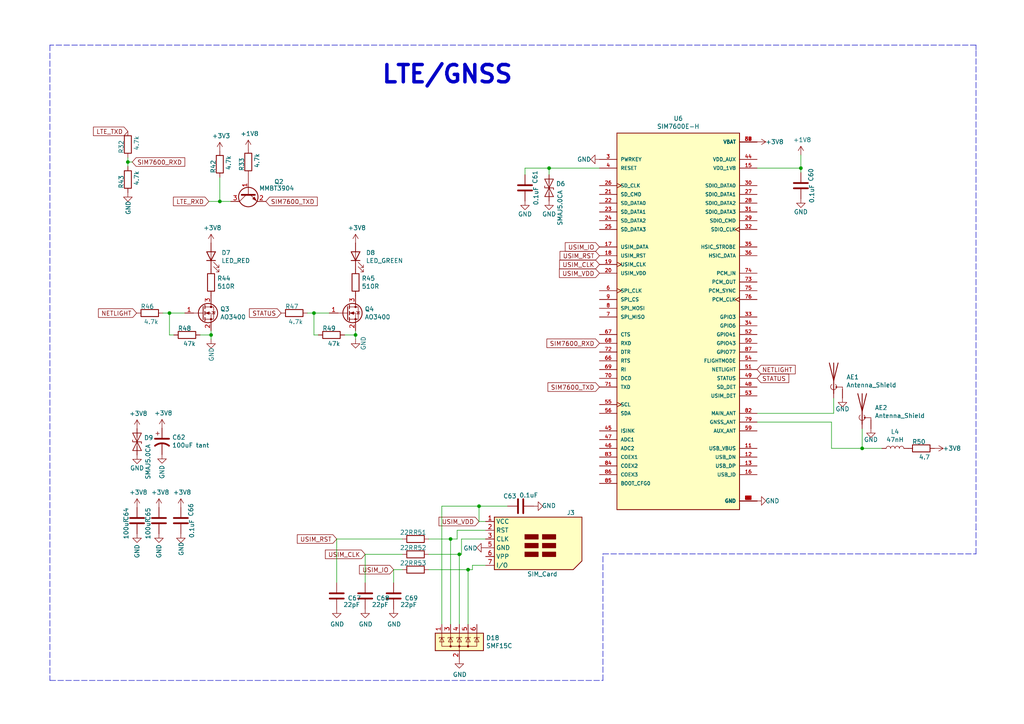
<source format=kicad_sch>
(kicad_sch (version 20211123) (generator eeschema)
  (paper "A4")
  (lib_symbols
    (symbol "Connector:SIM_Card"
      (property "Reference" "J" (at -2.54 12.7 0))
      (property "Value" "SIM_Card" (at -1.27 10.16 0))
      (symbol "SIM_Card_0_1"
        (rectangle (start -1.27 -2.54) (end 2.54 -1.27) (stroke (width 0.254)) (fill (type outline)))
        (rectangle (start -1.27 0) (end 2.54 1.27) (stroke (width 0.254)) (fill (type outline)))
        (rectangle (start -1.27 2.54) (end 2.54 3.81) (stroke (width 0.254)) (fill (type outline)))
        (polyline (pts (xy -10.16 8.89) (xy 15.24 8.89) (xy 15.24 -3.81) (xy 12.7 -6.35) (xy -10.16 -6.35) (xy -10.16 8.89)) (stroke (width 0.254)) (fill (type background)))
        (rectangle (start 3.81 -1.27) (end 7.62 -2.54) (stroke (width 0.254)) (fill (type outline)))
        (rectangle (start 3.81 0) (end 7.62 1.27) (stroke (width 0.254)) (fill (type outline)))
        (rectangle (start 3.81 2.54) (end 7.62 3.81) (stroke (width 0.254)) (fill (type outline)))
      )
      (symbol "SIM_Card_1_1"
        (pin power_in line (at -12.7 7.62 0) (length 2.54) (name "VCC") (number "1"))
        (pin input line (at -12.7 5.08 0) (length 2.54) (name "RST") (number "2"))
        (pin input line (at -12.7 2.54 0) (length 2.54) (name "CLK") (number "3"))
        (pin power_in line (at -12.7 0 0) (length 2.54) (name "GND") (number "5"))
        (pin input line (at -12.7 -2.54 0) (length 2.54) (name "VPP") (number "6"))
        (pin bidirectional line (at -12.7 -5.08 0) (length 2.54) (name "I/O") (number "7"))
      )
    )
    (symbol "Device:Antenna_Shield" (pin_numbers hide) (pin_names (offset 1.016) hide)
      (property "Reference" "AE" (at -1.905 4.445 0))
      (property "Value" "Antenna_Shield" (at -1.905 2.54 0))
      (symbol "Antenna_Shield_0_1"
        (arc (start -0.508 -1.143) (mid -0.8485 -2.1032) (end 0 -2.667))
        (arc (start 0 -2.667) (mid 0.8047 -2.0885) (end 0.508 -1.143))
        (polyline (pts (xy 0 -2.54) (xy 0 0)))
        (polyline (pts (xy 0 5.08) (xy 0 -3.81)) (stroke (width 0.254)))
        (polyline (pts (xy 0.762 -1.905) (xy 2.54 -1.905)))
        (polyline (pts (xy 2.54 -2.54) (xy 2.54 -1.905)))
        (polyline (pts (xy 1.27 5.08) (xy 0 0) (xy -1.27 5.08)) (stroke (width 0.254)))
        (circle (center 0.762 -1.905) (radius 0.1778) (fill (type outline)))
      )
      (symbol "Antenna_Shield_1_1"
        (pin input line (at 0 -5.08 90) (length 2.54) (name "A") (number "1"))
        (pin input line (at 2.54 -5.08 90) (length 2.54) (name "Shield") (number "2"))
      )
    )
    (symbol "Device:C" (pin_numbers hide) (pin_names (offset 0.254))
      (property "Reference" "C" (at 0.635 2.54 0))
      (property "Value" "C" (at 0.635 -2.54 0))
      (symbol "C_0_1"
        (polyline (pts (xy -2.032 -0.762) (xy 2.032 -0.762)) (stroke (width 0.508)))
        (polyline (pts (xy -2.032 0.762) (xy 2.032 0.762)) (stroke (width 0.508)))
      )
      (symbol "C_1_1"
        (pin passive line (at 0 3.81 270) (length 2.794) (name "~") (number "1"))
        (pin passive line (at 0 -3.81 90) (length 2.794) (name "~") (number "2"))
      )
    )
    (symbol "Device:CP1" (pin_numbers hide) (pin_names (offset 0.254) hide)
      (property "Reference" "C" (at 0.635 2.54 0))
      (property "Value" "Device_CP1" (at 0.635 -2.54 0))
      (symbol "CP1_0_1"
        (polyline (pts (xy -2.032 0.762) (xy 2.032 0.762)) (stroke (width 0.508)))
        (polyline (pts (xy -1.778 2.286) (xy -0.762 2.286)))
        (polyline (pts (xy -1.27 1.778) (xy -1.27 2.794)))
        (arc (start 2.032 -1.27) (mid 0 -0.5572) (end -2.032 -1.27) (stroke (width 0.508)))
      )
      (symbol "CP1_1_1"
        (pin passive line (at 0 3.81 270) (length 2.794) (name "~") (number "1"))
        (pin passive line (at 0 -3.81 90) (length 3.302) (name "~") (number "2"))
      )
    )
    (symbol "Device:L" (pin_numbers hide) (pin_names (offset 1.016) hide)
      (property "Reference" "L" (at -1.27 0 90))
      (property "Value" "L" (at 1.905 0 90))
      (symbol "L_0_1"
        (arc (start 0 -2.54) (mid 0.635 -1.905) (end 0 -1.27))
        (arc (start 0 -1.27) (mid 0.635 -0.635) (end 0 0))
        (arc (start 0 0) (mid 0.635 0.635) (end 0 1.27))
        (arc (start 0 1.27) (mid 0.635 1.905) (end 0 2.54))
      )
      (symbol "L_1_1"
        (pin passive line (at 0 3.81 270) (length 1.27) (name "1") (number "1"))
        (pin passive line (at 0 -3.81 90) (length 1.27) (name "2") (number "2"))
      )
    )
    (symbol "Device:LED" (pin_numbers hide) (pin_names (offset 1.016) hide)
      (property "Reference" "D" (at 0 2.54 0))
      (property "Value" "LED" (at 0 -2.54 0))
      (symbol "LED_0_1"
        (polyline (pts (xy -1.27 -1.27) (xy -1.27 1.27)) (stroke (width 0.254)))
        (polyline (pts (xy -1.27 0) (xy 1.27 0)))
        (polyline (pts (xy 1.27 -1.27) (xy 1.27 1.27) (xy -1.27 0) (xy 1.27 -1.27)) (stroke (width 0.254)))
        (polyline (pts (xy -3.048 -0.762) (xy -4.572 -2.286) (xy -3.81 -2.286) (xy -4.572 -2.286) (xy -4.572 -1.524)))
        (polyline (pts (xy -1.778 -0.762) (xy -3.302 -2.286) (xy -2.54 -2.286) (xy -3.302 -2.286) (xy -3.302 -1.524)))
      )
      (symbol "LED_1_1"
        (pin passive line (at -3.81 0 0) (length 2.54) (name "K") (number "1"))
        (pin passive line (at 3.81 0 180) (length 2.54) (name "A") (number "2"))
      )
    )
    (symbol "Device:R" (pin_numbers hide) (pin_names (offset 0))
      (property "Reference" "R" (at 2.032 0 90))
      (property "Value" "R" (at 0 0 90))
      (symbol "R_0_1"
        (rectangle (start -1.016 -2.54) (end 1.016 2.54) (stroke (width 0.254)))
      )
      (symbol "R_1_1"
        (pin passive line (at 0 3.81 270) (length 1.27) (name "~") (number "1"))
        (pin passive line (at 0 -3.81 90) (length 1.27) (name "~") (number "2"))
      )
    )
    (symbol "Diode:SD15_SOD323" (pin_numbers hide) (pin_names (offset 1.016) hide)
      (property "Reference" "D" (at 0 2.54 0))
      (property "Value" "SD15_SOD323" (at 0 -2.54 0))
      (symbol "SD15_SOD323_0_1"
        (polyline (pts (xy 1.27 0) (xy -1.27 0)))
        (polyline (pts (xy -2.54 -1.27) (xy 0 0) (xy -2.54 1.27) (xy -2.54 -1.27)) (stroke (width 0.2032)))
        (polyline (pts (xy 0.508 1.27) (xy 0 1.27) (xy 0 -1.27) (xy -0.508 -1.27)) (stroke (width 0.2032)))
        (polyline (pts (xy 2.54 1.27) (xy 2.54 -1.27) (xy 0 0) (xy 2.54 1.27)) (stroke (width 0.2032)))
      )
      (symbol "SD15_SOD323_1_1"
        (pin passive line (at -3.81 0 0) (length 2.54) (name "A1") (number "1"))
        (pin passive line (at 3.81 0 180) (length 2.54) (name "A2") (number "2"))
      )
    )
    (symbol "Power_Protection:SP0505BAHT" (pin_names hide)
      (property "Reference" "D" (at 7.62 2.54 0))
      (property "Value" "SP0505BAHT" (at 7.62 0.635 0))
      (symbol "SP0505BAHT_0_0"
        (pin passive line (at 0 -5.08 90) (length 2.54) (name "A") (number "2"))
      )
      (symbol "SP0505BAHT_0_1"
        (rectangle (start -6.985 2.54) (end 6.985 -2.54) (stroke (width 0.254)) (fill (type background)))
        (circle (center -2.54 -1.27) (radius 0.254) (fill (type outline)))
        (circle (center 0 -1.27) (radius 0.254) (fill (type outline)))
        (polyline (pts (xy -5.08 2.54) (xy -5.08 1.27)))
        (polyline (pts (xy -2.54 2.54) (xy -2.54 1.27)))
        (polyline (pts (xy 0 -1.27) (xy 0 -2.54)))
        (polyline (pts (xy 0 -1.27) (xy 0 1.27)))
        (polyline (pts (xy 0 2.54) (xy 0 1.27)))
        (polyline (pts (xy 0.635 1.27) (xy 0.762 1.27)))
        (polyline (pts (xy 2.54 2.54) (xy 2.54 1.27)))
        (polyline (pts (xy 5.08 2.54) (xy 5.08 1.27)))
        (polyline (pts (xy -5.08 1.27) (xy -5.08 -1.27) (xy -2.54 -1.27)))
        (polyline (pts (xy 0.635 1.27) (xy -0.762 1.27) (xy -0.762 1.016)))
        (polyline (pts (xy 5.08 1.27) (xy 5.08 -1.27) (xy 2.54 -1.27)))
        (polyline (pts (xy -5.842 1.016) (xy -5.842 1.27) (xy -4.445 1.27) (xy -4.318 1.27)))
        (polyline (pts (xy -5.08 1.27) (xy -4.445 0) (xy -5.715 0) (xy -5.08 1.27)))
        (polyline (pts (xy -3.302 1.016) (xy -3.302 1.27) (xy -1.905 1.27) (xy -1.778 1.27)))
        (polyline (pts (xy -2.54 1.27) (xy -2.54 -1.27) (xy 2.54 -1.27) (xy 2.54 1.27)))
        (polyline (pts (xy -2.54 1.27) (xy -1.905 0) (xy -3.175 0) (xy -2.54 1.27)))
        (polyline (pts (xy 0.635 0) (xy -0.635 0) (xy 0 1.27) (xy 0.635 0)))
        (polyline (pts (xy 1.778 1.016) (xy 1.778 1.27) (xy 3.175 1.27) (xy 3.302 1.27)))
        (polyline (pts (xy 2.54 1.27) (xy 1.905 0) (xy 3.175 0) (xy 2.54 1.27)))
        (polyline (pts (xy 4.318 1.016) (xy 4.318 1.27) (xy 5.715 1.27) (xy 5.842 1.27)))
        (polyline (pts (xy 5.08 1.27) (xy 4.445 0) (xy 5.715 0) (xy 5.08 1.27)))
        (circle (center 2.54 -1.27) (radius 0.254) (fill (type outline)))
      )
      (symbol "SP0505BAHT_1_1"
        (pin passive line (at -5.08 5.08 270) (length 2.54) (name "K") (number "1"))
        (pin passive line (at -2.54 5.08 270) (length 2.54) (name "K") (number "3"))
        (pin passive line (at 0 5.08 270) (length 2.54) (name "K") (number "4"))
        (pin passive line (at 2.54 5.08 270) (length 2.54) (name "K") (number "5"))
        (pin passive line (at 5.08 5.08 270) (length 2.54) (name "K") (number "6"))
      )
    )
    (symbol "RF_GSM:SIM7600E-H" (pin_names (offset 1.016))
      (property "Reference" "U" (at -17.78 56.515 0))
      (property "Value" "RF_GSM_SIM7600E-H" (at -17.78 -55.88 0))
      (symbol "SIM7600E-H_0_0"
        (rectangle (start -17.78 -53.34) (end 17.78 55.88) (stroke (width 0.254)) (fill (type background)))
        (pin power_in line (at 22.86 -50.8 180) (length 5.08) (name "GND") (number "1"))
        (pin power_in line (at 22.86 -50.8 180) (length 5.08) (name "GND") (number "10"))
        (pin input line (at 22.86 -35.56 180) (length 5.08) (name "USB_VBUS") (number "11"))
        (pin bidirectional line (at 22.86 -38.1 180) (length 5.08) (name "USB_DN") (number "12"))
        (pin bidirectional line (at 22.86 -40.64 180) (length 5.08) (name "USB_DP") (number "13"))
        (pin power_in line (at 22.86 -50.8 180) (length 5.08) (name "GND") (number "14"))
        (pin output line (at 22.86 45.72 180) (length 5.08) (name "VDD_1V8") (number "15"))
        (pin input line (at 22.86 -43.18 180) (length 5.08) (name "USB_ID") (number "16"))
        (pin bidirectional line (at -22.86 22.86 0) (length 5.08) (name "USIM_DATA") (number "17"))
        (pin output line (at -22.86 20.32 0) (length 5.08) (name "USIM_RST") (number "18"))
        (pin output clock (at -22.86 17.78 0) (length 5.08) (name "USIM_CLK") (number "19"))
        (pin power_in line (at 22.86 -50.8 180) (length 5.08) (name "GND") (number "2"))
        (pin output line (at -22.86 15.24 0) (length 5.08) (name "USIM_VDD") (number "20"))
        (pin output line (at -22.86 38.1 0) (length 5.08) (name "SD_CMD") (number "21"))
        (pin bidirectional line (at -22.86 35.56 0) (length 5.08) (name "SD_DATA0") (number "22"))
        (pin bidirectional line (at -22.86 33.02 0) (length 5.08) (name "SD_DATA1") (number "23"))
        (pin bidirectional line (at -22.86 30.48 0) (length 5.08) (name "SD_DATA2") (number "24"))
        (pin bidirectional line (at -22.86 27.94 0) (length 5.08) (name "SD_DATA3") (number "25"))
        (pin output clock (at -22.86 40.64 0) (length 5.08) (name "SD_CLK") (number "26"))
        (pin bidirectional line (at 22.86 38.1 180) (length 5.08) (name "SDIO_DATA1") (number "27"))
        (pin bidirectional line (at 22.86 35.56 180) (length 5.08) (name "SDIO_DATA2") (number "28"))
        (pin output line (at 22.86 30.48 180) (length 5.08) (name "SDIO_CMD") (number "29"))
        (pin input line (at -22.86 48.26 0) (length 5.08) (name "PWRKEY") (number "3"))
        (pin bidirectional line (at 22.86 40.64 180) (length 5.08) (name "SDIO_DATA0") (number "30"))
        (pin bidirectional line (at 22.86 33.02 180) (length 5.08) (name "SDIO_DATA3") (number "31"))
        (pin output clock (at 22.86 27.94 180) (length 5.08) (name "SDIO_CLK") (number "32"))
        (pin bidirectional line (at 22.86 2.54 180) (length 5.08) (name "GPIO3") (number "33"))
        (pin bidirectional line (at 22.86 0 180) (length 5.08) (name "GPIO6") (number "34"))
        (pin output line (at 22.86 22.86 180) (length 5.08) (name "HSIC_STROBE") (number "35"))
        (pin bidirectional line (at 22.86 20.32 180) (length 5.08) (name "HSIC_DATA") (number "36"))
        (pin power_in line (at 22.86 -50.8 180) (length 5.08) (name "GND") (number "37"))
        (pin power_in line (at 22.86 53.34 180) (length 5.08) (name "VBAT") (number "38"))
        (pin power_in line (at 22.86 53.34 180) (length 5.08) (name "VBAT") (number "39"))
        (pin input line (at -22.86 45.72 0) (length 5.08) (name "RESET") (number "4"))
        (pin power_in line (at 22.86 -50.8 180) (length 5.08) (name "GND") (number "40"))
        (pin power_in line (at 22.86 -50.8 180) (length 5.08) (name "GND") (number "41"))
        (pin power_in line (at 22.86 -50.8 180) (length 5.08) (name "GND") (number "43"))
        (pin output line (at 22.86 48.26 180) (length 5.08) (name "VDD_AUX") (number "44"))
        (pin input line (at -22.86 -30.48 0) (length 5.08) (name "ISINK") (number "45"))
        (pin input line (at -22.86 -35.56 0) (length 5.08) (name "ADC2") (number "46"))
        (pin input line (at -22.86 -33.02 0) (length 5.08) (name "ADC1") (number "47"))
        (pin bidirectional line (at 22.86 -17.78 180) (length 5.08) (name "SD_DET") (number "48"))
        (pin output line (at 22.86 -15.24 180) (length 5.08) (name "STATUS") (number "49"))
        (pin power_in line (at 22.86 -50.8 180) (length 5.08) (name "GND") (number "5"))
        (pin bidirectional line (at 22.86 -5.08 180) (length 5.08) (name "GPIO43") (number "50"))
        (pin output line (at 22.86 -12.7 180) (length 5.08) (name "NETLIGHT") (number "51"))
        (pin bidirectional line (at 22.86 -2.54 180) (length 5.08) (name "GPIO41") (number "52"))
        (pin bidirectional line (at 22.86 -20.32 180) (length 5.08) (name "USIM_DET") (number "53"))
        (pin input line (at 22.86 -10.16 180) (length 5.08) (name "FLIGHTMODE") (number "54"))
        (pin output clock (at -22.86 -22.86 0) (length 5.08) (name "SCL") (number "55"))
        (pin bidirectional line (at -22.86 -25.4 0) (length 5.08) (name "SDA") (number "56"))
        (pin power_in line (at 22.86 -50.8 180) (length 5.08) (name "GND") (number "57"))
        (pin power_in line (at 22.86 -50.8 180) (length 5.08) (name "GND") (number "58"))
        (pin input line (at 22.86 -30.48 180) (length 5.08) (name "AUX_ANT") (number "59"))
        (pin output clock (at -22.86 10.16 0) (length 5.08) (name "SPI_CLK") (number "6"))
        (pin power_in line (at 22.86 -50.8 180) (length 5.08) (name "GND") (number "60"))
        (pin power_in line (at 22.86 -50.8 180) (length 5.08) (name "GND") (number "61"))
        (pin power_in line (at 22.86 53.34 180) (length 5.08) (name "VBAT") (number "62"))
        (pin power_in line (at 22.86 53.34 180) (length 5.08) (name "VBAT") (number "63"))
        (pin power_in line (at 22.86 -50.8 180) (length 5.08) (name "GND") (number "64"))
        (pin power_in line (at 22.86 -50.8 180) (length 5.08) (name "GND") (number "65"))
        (pin output line (at -22.86 -10.16 0) (length 5.08) (name "RTS") (number "66"))
        (pin input line (at -22.86 -2.54 0) (length 5.08) (name "CTS") (number "67"))
        (pin input line (at -22.86 -5.08 0) (length 5.08) (name "RXD") (number "68"))
        (pin output line (at -22.86 -12.7 0) (length 5.08) (name "RI") (number "69"))
        (pin input line (at -22.86 2.54 0) (length 5.08) (name "SPI_MISO") (number "7"))
        (pin output line (at -22.86 -15.24 0) (length 5.08) (name "DCD") (number "70"))
        (pin output line (at -22.86 -17.78 0) (length 5.08) (name "TXD") (number "71"))
        (pin input line (at -22.86 -7.62 0) (length 5.08) (name "DTR") (number "72"))
        (pin output line (at 22.86 12.7 180) (length 5.08) (name "PCM_OUT") (number "73"))
        (pin input line (at 22.86 15.24 180) (length 5.08) (name "PCM_IN") (number "74"))
        (pin output line (at 22.86 10.16 180) (length 5.08) (name "PCM_SYNC") (number "75"))
        (pin output clock (at 22.86 7.62 180) (length 5.08) (name "PCM_CLK") (number "76"))
        (pin power_in line (at 22.86 -50.8 180) (length 5.08) (name "GND") (number "77"))
        (pin power_in line (at 22.86 -50.8 180) (length 5.08) (name "GND") (number "78"))
        (pin bidirectional line (at 22.86 -27.94 180) (length 5.08) (name "GNSS_ANT") (number "79"))
        (pin output line (at -22.86 5.08 0) (length 5.08) (name "SPI_MOSI") (number "8"))
        (pin power_in line (at 22.86 -50.8 180) (length 5.08) (name "GND") (number "80"))
        (pin power_in line (at 22.86 -50.8 180) (length 5.08) (name "GND") (number "81"))
        (pin bidirectional line (at 22.86 -25.4 180) (length 5.08) (name "MAIN_ANT") (number "82"))
        (pin bidirectional line (at -22.86 -38.1 0) (length 5.08) (name "COEX1") (number "83"))
        (pin bidirectional line (at -22.86 -40.64 0) (length 5.08) (name "COEX2") (number "84"))
        (pin input line (at -22.86 -45.72 0) (length 5.08) (name "BOOT_CFG0") (number "85"))
        (pin bidirectional line (at -22.86 -43.18 0) (length 5.08) (name "COEX3") (number "86"))
        (pin bidirectional line (at 22.86 -7.62 180) (length 5.08) (name "GPIO77") (number "87"))
        (pin output line (at -22.86 7.62 0) (length 5.08) (name "SPI_CS") (number "9"))
      )
    )
    (symbol "Transistor_BJT:MMBT3904" (pin_names (offset 0) hide)
      (property "Reference" "Q" (at 5.08 1.905 0))
      (property "Value" "MMBT3904" (at 5.08 0 0))
      (symbol "MMBT3904_0_1"
        (polyline (pts (xy 0.635 0.635) (xy 2.54 2.54)))
        (polyline (pts (xy 0.635 -0.635) (xy 2.54 -2.54) (xy 2.54 -2.54)))
        (polyline (pts (xy 0.635 1.905) (xy 0.635 -1.905) (xy 0.635 -1.905)) (stroke (width 0.508)))
        (polyline (pts (xy 1.27 -1.778) (xy 1.778 -1.27) (xy 2.286 -2.286) (xy 1.27 -1.778) (xy 1.27 -1.778)) (fill (type outline)))
        (circle (center 1.27 0) (radius 2.8194) (stroke (width 0.254)))
      )
      (symbol "MMBT3904_1_1"
        (pin input line (at -5.08 0 0) (length 5.715) (name "B") (number "1"))
        (pin passive line (at 2.54 -5.08 90) (length 2.54) (name "E") (number "2"))
        (pin passive line (at 2.54 5.08 270) (length 2.54) (name "C") (number "3"))
      )
    )
    (symbol "Transistor_FET:BSS138" (pin_names hide)
      (property "Reference" "Q" (at 5.08 1.905 0))
      (property "Value" "BSS138" (at 5.08 0 0))
      (symbol "BSS138_0_1"
        (polyline (pts (xy 0.254 0) (xy -2.54 0)))
        (polyline (pts (xy 0.254 1.905) (xy 0.254 -1.905)) (stroke (width 0.254)))
        (polyline (pts (xy 0.762 -1.27) (xy 0.762 -2.286)) (stroke (width 0.254)))
        (polyline (pts (xy 0.762 0.508) (xy 0.762 -0.508)) (stroke (width 0.254)))
        (polyline (pts (xy 0.762 2.286) (xy 0.762 1.27)) (stroke (width 0.254)))
        (polyline (pts (xy 2.54 2.54) (xy 2.54 1.778)))
        (polyline (pts (xy 2.54 -2.54) (xy 2.54 0) (xy 0.762 0)))
        (polyline (pts (xy 0.762 -1.778) (xy 3.302 -1.778) (xy 3.302 1.778) (xy 0.762 1.778)))
        (polyline (pts (xy 1.016 0) (xy 2.032 0.381) (xy 2.032 -0.381) (xy 1.016 0)) (fill (type outline)))
        (polyline (pts (xy 2.794 0.508) (xy 2.921 0.381) (xy 3.683 0.381) (xy 3.81 0.254)))
        (polyline (pts (xy 3.302 0.381) (xy 2.921 -0.254) (xy 3.683 -0.254) (xy 3.302 0.381)))
        (circle (center 1.651 0) (radius 2.794) (stroke (width 0.254)))
        (circle (center 2.54 -1.778) (radius 0.254) (fill (type outline)))
        (circle (center 2.54 1.778) (radius 0.254) (fill (type outline)))
      )
      (symbol "BSS138_1_1"
        (pin input line (at -5.08 0 0) (length 2.54) (name "G") (number "1"))
        (pin passive line (at 2.54 -5.08 90) (length 2.54) (name "S") (number "2"))
        (pin passive line (at 2.54 5.08 270) (length 2.54) (name "D") (number "3"))
      )
    )
    (symbol "power:+1V8" (power) (pin_names (offset 0))
      (property "Value" "+1V8" (at 0 3.556 0))
      (symbol "+1V8_0_1"
        (polyline (pts (xy -0.762 1.27) (xy 0 2.54)))
        (polyline (pts (xy 0 0) (xy 0 2.54)))
        (polyline (pts (xy 0 2.54) (xy 0.762 1.27)))
      )
      (symbol "+1V8_1_1"
        (pin power_in line (at 0 0 90) (length 0) hide (name "+1V8") (number "1"))
      )
    )
    (symbol "power:+3.3V" (power) (pin_names (offset 0))
      (property "Value" "+3.3V" (at 0 3.556 0))
      (symbol "+3.3V_0_1"
        (polyline (pts (xy -0.762 1.27) (xy 0 2.54)))
        (polyline (pts (xy 0 0) (xy 0 2.54)))
        (polyline (pts (xy 0 2.54) (xy 0.762 1.27)))
      )
      (symbol "+3.3V_1_1"
        (pin power_in line (at 0 0 90) (length 0) hide (name "+3V3") (number "1"))
      )
    )
    (symbol "power:+3V8" (power) (pin_names (offset 0))
      (property "Value" "+3V8" (at 0 3.556 0))
      (symbol "+3V8_0_1"
        (polyline (pts (xy -0.762 1.27) (xy 0 2.54)))
        (polyline (pts (xy 0 0) (xy 0 2.54)))
        (polyline (pts (xy 0 2.54) (xy 0.762 1.27)))
      )
      (symbol "+3V8_1_1"
        (pin power_in line (at 0 0 90) (length 0) hide (name "+3V8") (number "1"))
      )
    )
    (symbol "power:GND" (power) (pin_names (offset 0))
      (property "Value" "GND" (at 0 -3.81 0))
      (symbol "GND_0_1"
        (polyline (pts (xy 0 0) (xy 0 -1.27) (xy 1.27 -1.27) (xy 0 -2.54) (xy -1.27 -1.27) (xy 0 -1.27)))
      )
      (symbol "GND_1_1"
        (pin power_in line (at 0 0 270) (length 0) hide (name "GND") (number "1"))
      )
    )
  )
  (junction (at 159.258 48.768))
  (junction (at 138.938 146.812))
  (junction (at 49.149 90.805))
  (junction (at 133.223 160.782))
  (junction (at 37.084 46.99))
  (junction (at 91.059 90.805))
  (junction (at 250.063 130.048))
  (junction (at 232.283 48.768))
  (junction (at 130.683 156.337))
  (junction (at 103.124 97.155))
  (junction (at 63.754 58.42))
  (junction (at 135.763 165.227))
  (junction (at 61.214 97.155))
  (wire (pts (xy 99.949 97.155) (xy 103.124 97.155)))
  (wire (pts (xy 47.244 90.805) (xy 49.149 90.805)))
  (wire (pts (xy 89.154 90.805) (xy 91.059 90.805)))
  (polyline (pts (xy 14.478 13.081) (xy 14.478 197.358)))
  (wire (pts (xy 114.173 169.037) (xy 114.173 165.227)))
  (wire (pts (xy 140.843 151.257) (xy 138.938 151.257)))
  (wire (pts (xy 49.149 97.155) (xy 49.149 90.805)))
  (wire (pts (xy 60.579 58.42) (xy 63.754 58.42)))
  (wire (pts (xy 128.143 181.102) (xy 128.143 146.812)))
  (wire (pts (xy 37.084 45.72) (xy 37.084 46.99)))
  (wire (pts (xy 103.124 98.425) (xy 103.124 97.155)))
  (wire (pts (xy 140.843 156.337) (xy 133.858 156.337)))
  (wire (pts (xy 50.419 97.155) (xy 49.149 97.155)))
  (wire (pts (xy 105.918 160.782) (xy 116.713 160.782)))
  (wire (pts (xy 250.063 130.048) (xy 255.778 130.048)))
  (wire (pts (xy 61.214 98.425) (xy 61.214 97.155)))
  (polyline (pts (xy 174.879 197.358) (xy 174.879 160.655)))
  (wire (pts (xy 173.863 48.768) (xy 159.258 48.768)))
  (wire (pts (xy 135.763 165.227) (xy 137.033 165.227)))
  (wire (pts (xy 114.173 165.227) (xy 116.713 165.227)))
  (wire (pts (xy 38.354 46.99) (xy 37.084 46.99)))
  (wire (pts (xy 128.143 146.812) (xy 138.938 146.812)))
  (wire (pts (xy 124.333 165.227) (xy 135.763 165.227)))
  (wire (pts (xy 250.063 124.333) (xy 250.063 130.048)))
  (wire (pts (xy 130.683 181.102) (xy 130.683 156.337)))
  (wire (pts (xy 241.173 122.428) (xy 241.173 130.048)))
  (wire (pts (xy 133.858 160.782) (xy 133.223 160.782)))
  (wire (pts (xy 133.858 156.337) (xy 133.858 160.782)))
  (wire (pts (xy 219.583 122.428) (xy 241.173 122.428)))
  (wire (pts (xy 92.329 97.155) (xy 91.059 97.155)))
  (wire (pts (xy 61.214 97.155) (xy 61.214 95.885)))
  (wire (pts (xy 219.583 48.768) (xy 232.283 48.768)))
  (polyline (pts (xy 174.879 160.655) (xy 283.083 160.655)))
  (wire (pts (xy 137.033 165.227) (xy 137.033 163.957)))
  (wire (pts (xy 105.918 169.037) (xy 105.918 160.782)))
  (wire (pts (xy 37.084 46.99) (xy 37.084 48.26)))
  (wire (pts (xy 132.588 153.797) (xy 140.843 153.797)))
  (wire (pts (xy 232.283 48.768) (xy 232.283 50.038)))
  (polyline (pts (xy 283.083 160.655) (xy 283.083 153.543)))
  (wire (pts (xy 137.033 163.957) (xy 140.843 163.957)))
  (wire (pts (xy 132.588 156.337) (xy 132.588 153.797)))
  (wire (pts (xy 241.808 119.888) (xy 241.808 115.443)))
  (polyline (pts (xy 283.083 13.081) (xy 14.478 13.081)))
  (wire (pts (xy 97.663 156.337) (xy 116.713 156.337)))
  (wire (pts (xy 241.173 130.048) (xy 250.063 130.048)))
  (polyline (pts (xy 283.083 14.478) (xy 283.083 13.081)))
  (wire (pts (xy 138.938 146.812) (xy 147.193 146.812)))
  (wire (pts (xy 97.663 169.037) (xy 97.663 156.337)))
  (wire (pts (xy 63.754 58.42) (xy 66.929 58.42)))
  (wire (pts (xy 159.258 48.768) (xy 152.273 48.768)))
  (polyline (pts (xy 283.083 153.543) (xy 283.083 14.478)))
  (wire (pts (xy 49.149 90.805) (xy 53.594 90.805)))
  (wire (pts (xy 133.223 181.102) (xy 133.223 160.782)))
  (wire (pts (xy 152.273 48.768) (xy 152.273 50.673)))
  (wire (pts (xy 133.223 160.782) (xy 124.333 160.782)))
  (wire (pts (xy 135.763 181.102) (xy 135.763 165.227)))
  (wire (pts (xy 232.283 44.958) (xy 232.283 48.768)))
  (wire (pts (xy 219.583 119.888) (xy 241.808 119.888)))
  (wire (pts (xy 91.059 97.155) (xy 91.059 90.805)))
  (wire (pts (xy 103.124 97.155) (xy 103.124 95.885)))
  (wire (pts (xy 124.333 156.337) (xy 130.683 156.337)))
  (wire (pts (xy 159.258 50.673) (xy 159.258 48.768)))
  (wire (pts (xy 63.754 51.435) (xy 63.754 58.42)))
  (wire (pts (xy 130.683 156.337) (xy 132.588 156.337)))
  (wire (pts (xy 91.059 90.805) (xy 95.504 90.805)))
  (wire (pts (xy 138.938 151.257) (xy 138.938 146.812)))
  (wire (pts (xy 58.039 97.155) (xy 61.214 97.155)))
  (polyline (pts (xy 14.478 197.358) (xy 174.879 197.358)))
  (text "LTE/GNSS\n" (at 110.363 24.638 0) (effects (font (size 5.0038 5.0038) (thickness 1.0008) bold) (justify left bottom)))
  (global_label "USIM_IO" (shape input) (at 173.863 71.628 180) (property "Intersheet References" "${INTERSHEET_REFS}" (effects hide)))
  (global_label "NETLIGHT" (shape input) (at 39.624 90.805 180) (property "Intersheet References" "${INTERSHEET_REFS}" (effects hide)))
  (global_label "USIM_IO" (shape input) (at 114.173 165.227 180) (property "Intersheet References" "${INTERSHEET_REFS}" (effects hide)))
  (global_label "LTE_RXD" (shape input) (at 60.579 58.42 180) (property "Intersheet References" "${INTERSHEET_REFS}" (effects hide)))
  (global_label "USIM_CLK" (shape input) (at 173.863 76.708 180) (property "Intersheet References" "${INTERSHEET_REFS}" (effects hide)))
  (global_label "SIM7600_TXD" (shape input) (at 77.089 58.42 0) (property "Intersheet References" "${INTERSHEET_REFS}" (effects hide)))
  (global_label "SIM7600_TXD" (shape input) (at 173.863 112.268 180) (property "Intersheet References" "${INTERSHEET_REFS}" (effects hide)))
  (global_label "USIM_CLK" (shape input) (at 105.918 160.782 180) (property "Intersheet References" "${INTERSHEET_REFS}" (effects hide)))
  (global_label "STATUS" (shape input) (at 81.534 90.805 180) (property "Intersheet References" "${INTERSHEET_REFS}" (effects hide)))
  (global_label "USIM_VDD" (shape input) (at 173.863 79.248 180) (property "Intersheet References" "${INTERSHEET_REFS}" (effects hide)))
  (global_label "SIM7600_RXD" (shape input) (at 173.863 99.568 180) (property "Intersheet References" "${INTERSHEET_REFS}" (effects hide)))
  (global_label "NETLIGHT" (shape input) (at 219.583 107.188 0) (property "Intersheet References" "${INTERSHEET_REFS}" (effects hide)))
  (global_label "USIM_RST" (shape input) (at 97.663 156.337 180) (property "Intersheet References" "${INTERSHEET_REFS}" (effects hide)))
  (global_label "USIM_VDD" (shape input) (at 138.938 151.257 180) (property "Intersheet References" "${INTERSHEET_REFS}" (effects hide)))
  (global_label "LTE_TXD" (shape input) (at 37.084 38.1 180) (property "Intersheet References" "${INTERSHEET_REFS}" (effects hide)))
  (global_label "SIM7600_RXD" (shape input) (at 38.354 46.99 0) (property "Intersheet References" "${INTERSHEET_REFS}" (effects hide)))
  (global_label "USIM_RST" (shape input) (at 173.863 74.168 180) (property "Intersheet References" "${INTERSHEET_REFS}" (effects hide)))
  (global_label "STATUS" (shape input) (at 219.583 109.728 0) (property "Intersheet References" "${INTERSHEET_REFS}" (effects hide)))
  (symbol (lib_id "Device:R") (at 63.754 47.625 180) (unit 1)
    (property "Reference" "R42" (at 61.849 46.355 90) (effects (justify left)))
    (property "Value" "4.7k" (at 66.294 45.085 90) (effects (justify left)))
    (property "Footprint" "Resistor_SMD:R_0603_1608Metric" (effects hide))
  )
  (symbol (lib_id "Device:R") (at 37.084 52.07 180) (unit 1)
    (property "Reference" "R43" (at 35.179 50.8 90) (effects (justify left)))
    (property "Value" "4.7k" (at 39.624 49.53 90) (effects (justify left)))
    (property "Footprint" "Resistor_SMD:R_0603_1608Metric" (effects hide))
  )
  (symbol (lib_id "Device:C") (at 105.918 172.847 0) (unit 1)
    (property "Reference" "C68" (at 109.093 173.482 0) (effects (justify left)))
    (property "Value" "22pF" (at 107.823 175.387 0) (effects (justify left)))
    (property "Footprint" "Capacitor_SMD:C_0603_1608Metric" (effects hide))
  )
  (symbol (lib_id "power:GND") (at 114.173 176.657 0) (unit 1)
    (property "Reference" "#PWR0255" (effects hide))
    (property "Value" "GND" (at 114.3 181.0512 0))
  )
  (symbol (lib_id "power:+3V8") (at 46.101 147.193 0) (unit 1)
    (property "Reference" "#PWR0272" (effects hide))
    (property "Value" "+3V8" (at 46.482 142.7988 0))
  )
  (symbol (lib_id "power:GND") (at 39.751 154.813 0) (unit 1)
    (property "Reference" "#PWR0271" (effects hide))
    (property "Value" "GND" (at 39.751 159.893 90))
  )
  (symbol (lib_id "power:+3V8") (at 103.124 70.485 0) (unit 1)
    (property "Reference" "#PWR0262" (effects hide))
    (property "Value" "+3V8" (at 103.505 66.0908 0))
  )
  (symbol (lib_id "Device:L") (at 259.588 130.048 90) (unit 1)
    (property "Reference" "L4" (at 259.588 125.222 90))
    (property "Value" "47nH" (at 259.588 127.5334 90))
    (property "Footprint" "Inductor_SMD:L_0805_2012Metric" (effects hide))
  )
  (symbol (lib_id "Device:R") (at 85.344 90.805 90) (unit 1)
    (property "Reference" "R47" (at 86.614 88.9 90) (effects (justify left)))
    (property "Value" "4.7k" (at 87.884 93.345 90) (effects (justify left)))
    (property "Footprint" "Resistor_SMD:R_0603_1608Metric" (effects hide))
  )
  (symbol (lib_id "Device:R") (at 54.229 97.155 90) (unit 1)
    (property "Reference" "R48" (at 55.499 95.25 90) (effects (justify left)))
    (property "Value" "47k" (at 56.769 99.695 90) (effects (justify left)))
    (property "Footprint" "Resistor_SMD:R_0603_1608Metric" (effects hide))
  )
  (symbol (lib_id "Device:R") (at 61.214 81.915 0) (unit 1)
    (property "Reference" "R44" (at 62.992 80.7466 0) (effects (justify left)))
    (property "Value" "510R" (at 62.992 83.058 0) (effects (justify left)))
    (property "Footprint" "Resistor_SMD:R_0603_1608Metric" (effects hide))
  )
  (symbol (lib_id "power:GND") (at 97.663 176.657 0) (unit 1)
    (property "Reference" "#PWR0254" (effects hide))
    (property "Value" "GND" (at 97.79 181.0512 0))
  )
  (symbol (lib_id "power:GND") (at 140.843 158.877 270) (unit 1)
    (property "Reference" "#PWR0256" (effects hide))
    (property "Value" "GND" (at 136.4488 159.004 90))
  )
  (symbol (lib_id "Device:R") (at 120.523 160.782 90) (unit 1)
    (property "Reference" "R52" (at 123.698 158.877 90) (effects (justify left)))
    (property "Value" "22R" (at 119.888 158.877 90) (effects (justify left)))
    (property "Footprint" "Resistor_SMD:R_0603_1608Metric" (effects hide))
  )
  (symbol (lib_id "Device:LED") (at 61.214 74.295 90) (unit 1)
    (property "Reference" "D7" (at 64.2112 73.3044 90) (effects (justify right)))
    (property "Value" "LED_RED" (at 64.2112 75.6158 90) (effects (justify right)))
    (property "Footprint" "LED_SMD:LED_0603_1608Metric" (effects hide))
  )
  (symbol (lib_id "power:GND") (at 244.348 115.443 0) (unit 1)
    (property "Reference" "#PWR0247" (effects hide))
    (property "Value" "GND" (at 244.348 118.618 0))
  )
  (symbol (lib_id "power:GND") (at 159.258 58.293 0) (unit 1)
    (property "Reference" "#PWR0260" (effects hide))
    (property "Value" "GND" (at 159.258 62.103 0))
  )
  (symbol (lib_id "Device:C") (at 152.273 54.483 0) (unit 1)
    (property "Reference" "C61" (at 155.194 53.3146 90) (effects (justify left)))
    (property "Value" "0.1uF" (at 155.448 59.563 90) (effects (justify left)))
    (property "Footprint" "Capacitor_SMD:C_0603_1608Metric" (effects hide))
  )
  (symbol (lib_id "Device:C") (at 232.283 53.848 0) (unit 1)
    (property "Reference" "C60" (at 235.204 52.6796 90) (effects (justify left)))
    (property "Value" "0.1uF" (at 235.458 58.928 90) (effects (justify left)))
    (property "Footprint" "Capacitor_SMD:C_0603_1608Metric" (effects hide))
  )
  (symbol (lib_id "power:GND") (at 46.99 131.826 0) (unit 1)
    (property "Reference" "#PWR0268" (effects hide))
    (property "Value" "GND" (at 46.99 136.906 90))
  )
  (symbol (lib_id "power:+1V8") (at 72.009 43.18 0) (unit 1)
    (property "Reference" "#PWR0259" (effects hide))
    (property "Value" "+1V8" (at 72.39 38.7858 0))
  )
  (symbol (lib_id "power:+3V8") (at 219.583 41.148 270) (unit 1)
    (property "Reference" "#PWR0246" (effects hide))
    (property "Value" "+3V8" (at 224.663 41.148 90))
  )
  (symbol (lib_id "power:GND") (at 219.583 145.288 90) (unit 1)
    (property "Reference" "#PWR0243" (effects hide))
    (property "Value" "GND" (at 224.028 145.288 90))
  )
  (symbol (lib_id "power:GND") (at 252.603 124.333 0) (unit 1)
    (property "Reference" "#PWR0244" (effects hide))
    (property "Value" "GND" (at 252.603 127.508 0))
  )
  (symbol (lib_id "power:+3V8") (at 61.214 70.485 0) (unit 1)
    (property "Reference" "#PWR0248" (effects hide))
    (property "Value" "+3V8" (at 61.595 66.0908 0))
  )
  (symbol (lib_id "Device:R") (at 120.523 165.227 90) (unit 1)
    (property "Reference" "R53" (at 123.698 163.322 90) (effects (justify left)))
    (property "Value" "22R" (at 119.888 163.322 90) (effects (justify left)))
    (property "Footprint" "Resistor_SMD:R_0603_1608Metric" (effects hide))
  )
  (symbol (lib_id "power:GND") (at 61.214 98.425 0) (unit 1)
    (property "Reference" "#PWR0249" (effects hide))
    (property "Value" "GND" (at 61.341 102.8192 90))
  )
  (symbol (lib_id "power:GND") (at 133.223 191.262 0) (unit 1)
    (property "Reference" "#PWR0252" (effects hide))
    (property "Value" "GND" (at 133.35 195.6562 0))
  )
  (symbol (lib_id "Connector:SIM_Card") (at 153.543 158.877 0) (unit 1)
    (property "Reference" "J3" (at 164.338 148.717 0) (effects (justify left)))
    (property "Value" "SIM_Card" (at 152.908 166.497 0) (effects (justify left)))
    (property "Footprint" "Footprint:SIM_Card_Holder_Molex" (effects hide))
    (property "Datasheet" " ~" (effects hide))
  )
  (symbol (lib_id "Transistor_FET:BSS138") (at 58.674 90.805 0) (unit 1)
    (property "Reference" "Q3" (at 63.8556 89.6366 0) (effects (justify left)))
    (property "Value" "AO3400" (at 63.8556 91.948 0) (effects (justify left)))
    (property "Footprint" "Package_TO_SOT_SMD:SOT-23" (effects hide))
    (property "Datasheet" "https://www.onsemi.com/pub/Collateral/BSS138-D.PDF" (effects hide))
  )
  (symbol (lib_id "power:GND") (at 173.863 46.228 270) (unit 1)
    (property "Reference" "#PWR0257" (effects hide))
    (property "Value" "GND" (at 169.418 46.228 90))
  )
  (symbol (lib_id "Device:R") (at 96.139 97.155 90) (unit 1)
    (property "Reference" "R49" (at 97.409 95.25 90) (effects (justify left)))
    (property "Value" "47k" (at 98.679 99.695 90) (effects (justify left)))
    (property "Footprint" "Resistor_SMD:R_0603_1608Metric" (effects hide))
  )
  (symbol (lib_id "Device:C") (at 97.663 172.847 0) (unit 1)
    (property "Reference" "C67" (at 100.838 173.482 0) (effects (justify left)))
    (property "Value" "22pF" (at 99.568 175.387 0) (effects (justify left)))
    (property "Footprint" "Capacitor_SMD:C_0603_1608Metric" (effects hide))
  )
  (symbol (lib_id "power:+3V8") (at 52.451 147.193 0) (unit 1)
    (property "Reference" "#PWR0264" (effects hide))
    (property "Value" "+3V8" (at 52.832 142.7988 0))
  )
  (symbol (lib_id "Device:Antenna_Shield") (at 241.808 110.363 0) (unit 1)
    (property "Reference" "AE1" (at 245.4656 109.3724 0) (effects (justify left)))
    (property "Value" "Antenna_Shield" (at 245.4656 111.6838 0) (effects (justify left)))
    (property "Footprint" "Connector_Coaxial:SMA_Amphenol_901-144_Vertical" (effects hide))
  )
  (symbol (lib_id "power:+3V8") (at 39.751 147.193 0) (unit 1)
    (property "Reference" "#PWR0270" (effects hide))
    (property "Value" "+3V8" (at 40.132 142.7988 0))
  )
  (symbol (lib_id "Device:R") (at 72.009 46.99 180) (unit 1)
    (property "Reference" "R33" (at 70.104 45.72 90) (effects (justify left)))
    (property "Value" "4.7k" (at 74.549 44.45 90) (effects (justify left)))
    (property "Footprint" "Resistor_SMD:R_0603_1608Metric" (effects hide))
  )
  (symbol (lib_id "power:+3V8") (at 46.99 124.206 0) (unit 1)
    (property "Reference" "#PWR0266" (effects hide))
    (property "Value" "+3V8" (at 47.371 119.8118 0))
  )
  (symbol (lib_id "Diode:SD15_SOD323") (at 159.258 54.483 270) (unit 1)
    (property "Reference" "D6" (at 161.2646 53.3146 90) (effects (justify left)))
    (property "Value" "SMAJ5.0CA" (at 162.433 55.118 0) (effects (justify left)))
    (property "Footprint" "Diode_SMD:D_SMA" (effects hide))
    (property "Datasheet" "https://www.littelfuse.com/~/media/electronics/datasheets/tvs_diode_arrays/littelfuse_tvs_diode_array_sd_c_datasheet.pdf.pdf" (effects hide))
  )
  (symbol (lib_id "power:GND") (at 39.751 131.953 0) (unit 1)
    (property "Reference" "#PWR0265" (effects hide))
    (property "Value" "GND" (at 39.751 135.763 0))
  )
  (symbol (lib_id "Device:C") (at 39.751 151.003 180) (unit 1)
    (property "Reference" "C64" (at 36.576 147.193 90) (effects (justify left)))
    (property "Value" "100uF" (at 36.576 150.368 90) (effects (justify left)))
    (property "Footprint" "Capacitor_SMD:C_1210_3225Metric" (effects hide))
  )
  (symbol (lib_id "RF_GSM:SIM7600E-H") (at 196.723 94.488 0) (unit 1)
    (property "Reference" "U6" (at 196.723 34.3662 0))
    (property "Value" "SIM7600E-H" (at 196.723 36.6776 0))
    (property "Footprint" "Footprint:SIM7600E-H" (effects hide))
    (property "Package" "None" (effects hide))
    (property "MF" "Simcom" (effects hide))
    (property "Availability" "Not in stock" (effects hide))
    (property "MP" "SIM7600E-H" (effects hide))
    (property "Price" "None" (effects hide))
    (property "Description" "Multi-Band LTE-TDD/LTE-FDD/HSPA+ and GSM/GPRS/EDGE module" (effects hide))
  )
  (symbol (lib_id "Diode:SD15_SOD323") (at 39.751 128.143 270) (unit 1)
    (property "Reference" "D9" (at 41.7576 126.9746 90) (effects (justify left)))
    (property "Value" "SMAJ5.0CA" (at 42.926 128.778 0) (effects (justify left)))
    (property "Footprint" "Diode_SMD:D_SMA" (effects hide))
    (property "Datasheet" "https://www.littelfuse.com/~/media/electronics/datasheets/tvs_diode_arrays/littelfuse_tvs_diode_array_sd_c_datasheet.pdf.pdf" (effects hide))
  )
  (symbol (lib_id "Device:C") (at 114.173 172.847 0) (unit 1)
    (property "Reference" "C69" (at 117.348 173.482 0) (effects (justify left)))
    (property "Value" "22pF" (at 116.078 175.387 0) (effects (justify left)))
    (property "Footprint" "Capacitor_SMD:C_0603_1608Metric" (effects hide))
  )
  (symbol (lib_id "Device:R") (at 43.434 90.805 90) (unit 1)
    (property "Reference" "R46" (at 44.704 88.9 90) (effects (justify left)))
    (property "Value" "4.7k" (at 45.974 93.345 90) (effects (justify left)))
    (property "Footprint" "Resistor_SMD:R_0603_1608Metric" (effects hide))
  )
  (symbol (lib_id "power:GND") (at 103.124 98.425 0) (unit 1)
    (property "Reference" "#PWR0263" (effects hide))
    (property "Value" "GND" (at 105.41 99.568 90))
  )
  (symbol (lib_id "Power_Protection:SP0505BAHT") (at 133.223 186.182 0) (unit 1)
    (property "Reference" "D18" (at 140.97 185.0136 0) (effects (justify left)))
    (property "Value" "SMF15C" (at 140.97 187.325 0) (effects (justify left)))
    (property "Footprint" "Package_TO_SOT_SMD:SOT-363_SC-70-6_Handsoldering" (effects hide))
    (property "Datasheet" "http://www.littelfuse.com/~/media/files/littelfuse/technical%20resources/documents/data%20sheets/sp05xxba.pdf" (effects hide))
  )
  (symbol (lib_id "Device:R") (at 103.124 81.915 0) (unit 1)
    (property "Reference" "R45" (at 104.902 80.7466 0) (effects (justify left)))
    (property "Value" "510R" (at 104.902 83.058 0) (effects (justify left)))
    (property "Footprint" "Resistor_SMD:R_0603_1608Metric" (effects hide))
  )
  (symbol (lib_id "power:+3V8") (at 39.751 124.333 0) (unit 1)
    (property "Reference" "#PWR0267" (effects hide))
    (property "Value" "+3V8" (at 40.132 119.9388 0))
  )
  (symbol (lib_id "Device:C") (at 151.003 146.812 90) (unit 1)
    (property "Reference" "C63" (at 149.8346 143.891 90) (effects (justify left)))
    (property "Value" "0.1uF" (at 156.083 143.637 90) (effects (justify left)))
    (property "Footprint" "Capacitor_SMD:C_0603_1608Metric" (effects hide))
  )
  (symbol (lib_id "Device:Antenna_Shield") (at 250.063 119.253 0) (unit 1)
    (property "Reference" "AE2" (at 253.7206 118.2624 0) (effects (justify left)))
    (property "Value" "Antenna_Shield" (at 253.7206 120.5738 0) (effects (justify left)))
    (property "Footprint" "Connector_Coaxial:SMA_Amphenol_901-144_Vertical" (effects hide))
  )
  (symbol (lib_id "Device:C") (at 46.101 151.003 180) (unit 1)
    (property "Reference" "C65" (at 42.926 147.193 90) (effects (justify left)))
    (property "Value" "100uF" (at 42.926 150.368 90) (effects (justify left)))
    (property "Footprint" "Capacitor_SMD:C_1210_3225Metric" (effects hide))
  )
  (symbol (lib_id "Transistor_BJT:MMBT3904") (at 72.009 55.88 90) (mirror x) (unit 1)
    (property "Reference" "Q2" (at 80.899 52.705 90))
    (property "Value" "MMBT3904" (at 80.264 54.61 90))
    (property "Footprint" "Package_TO_SOT_SMD:SOT-23" (effects hide))
    (property "Datasheet" "https://www.onsemi.com/pub/Collateral/2N3903-D.PDF" (effects hide))
  )
  (symbol (lib_id "Device:CP1") (at 46.99 128.016 0) (unit 1)
    (property "Reference" "C62" (at 49.911 126.8476 0) (effects (justify left)))
    (property "Value" "100uF tant" (at 49.911 129.159 0) (effects (justify left)))
    (property "Footprint" "Capacitor_Tantalum_SMD:CP_EIA-3216-18_Kemet-A" (effects hide))
  )
  (symbol (lib_id "power:+1V8") (at 232.283 44.958 0) (unit 1)
    (property "Reference" "#PWR0245" (effects hide))
    (property "Value" "+1V8" (at 232.664 40.5638 0))
  )
  (symbol (lib_id "power:GND") (at 154.813 146.812 90) (unit 1)
    (property "Reference" "#PWR0258" (effects hide))
    (property "Value" "GND" (at 159.2072 146.685 90))
  )
  (symbol (lib_id "Device:R") (at 267.208 130.048 90) (unit 1)
    (property "Reference" "R50" (at 268.478 128.143 90) (effects (justify left)))
    (property "Value" "4.7" (at 269.748 132.588 90) (effects (justify left)))
    (property "Footprint" "Resistor_SMD:R_0603_1608Metric" (effects hide))
  )
  (symbol (lib_id "power:GND") (at 105.918 176.657 0) (unit 1)
    (property "Reference" "#PWR0253" (effects hide))
    (property "Value" "GND" (at 106.045 181.0512 0))
  )
  (symbol (lib_id "Transistor_FET:BSS138") (at 100.584 90.805 0) (unit 1)
    (property "Reference" "Q4" (at 105.7656 89.6366 0) (effects (justify left)))
    (property "Value" "AO3400" (at 105.7656 91.948 0) (effects (justify left)))
    (property "Footprint" "Package_TO_SOT_SMD:SOT-23" (effects hide))
    (property "Datasheet" "https://www.onsemi.com/pub/Collateral/BSS138-D.PDF" (effects hide))
  )
  (symbol (lib_id "power:GND") (at 37.084 55.88 0) (unit 1)
    (property "Reference" "#PWR0250" (effects hide))
    (property "Value" "GND" (at 37.211 60.2742 90))
  )
  (symbol (lib_id "power:+3.3V") (at 63.754 43.815 0) (unit 1)
    (property "Reference" "#PWR0251" (effects hide))
    (property "Value" "+3.3V" (at 64.135 39.4208 0))
  )
  (symbol (lib_id "Device:C") (at 52.451 151.003 0) (unit 1)
    (property "Reference" "C66" (at 55.372 149.8346 90) (effects (justify left)))
    (property "Value" "0.1uF" (at 55.626 156.083 90) (effects (justify left)))
    (property "Footprint" "Capacitor_SMD:C_0603_1608Metric" (effects hide))
  )
  (symbol (lib_id "Device:R") (at 37.084 41.91 180) (unit 1)
    (property "Reference" "R32" (at 35.179 40.64 90) (effects (justify left)))
    (property "Value" "4.7k" (at 39.624 39.37 90) (effects (justify left)))
    (property "Footprint" "Resistor_SMD:R_0603_1608Metric" (effects hide))
  )
  (symbol (lib_id "power:GND") (at 52.451 154.813 0) (unit 1)
    (property "Reference" "#PWR0273" (effects hide))
    (property "Value" "GND" (at 52.578 159.2072 90))
  )
  (symbol (lib_id "power:+3V8") (at 271.018 130.048 270) (unit 1)
    (property "Reference" "#PWR0242" (effects hide))
    (property "Value" "+3V8" (at 276.098 130.048 90))
  )
  (symbol (lib_id "power:GND") (at 232.283 57.658 0) (unit 1)
    (property "Reference" "#PWR0241" (effects hide))
    (property "Value" "GND" (at 232.283 61.468 0))
  )
  (symbol (lib_id "power:GND") (at 152.273 58.293 0) (unit 1)
    (property "Reference" "#PWR0261" (effects hide))
    (property "Value" "GND" (at 152.273 62.103 0))
  )
  (symbol (lib_id "power:GND") (at 46.101 154.813 0) (unit 1)
    (property "Reference" "#PWR0269" (effects hide))
    (property "Value" "GND" (at 46.101 159.893 90))
  )
  (symbol (lib_id "Device:R") (at 120.523 156.337 90) (unit 1)
    (property "Reference" "R51" (at 123.698 154.432 90) (effects (justify left)))
    (property "Value" "22R" (at 119.888 154.432 90) (effects (justify left)))
    (property "Footprint" "Resistor_SMD:R_0603_1608Metric" (effects hide))
  )
  (symbol (lib_id "Device:LED") (at 103.124 74.295 90) (unit 1)
    (property "Reference" "D8" (at 106.1212 73.3044 90) (effects (justify right)))
    (property "Value" "LED_GREEN" (at 106.1212 75.6158 90) (effects (justify right)))
    (property "Footprint" "LED_SMD:LED_0603_1608Metric" (effects hide))
  )
)
</source>
